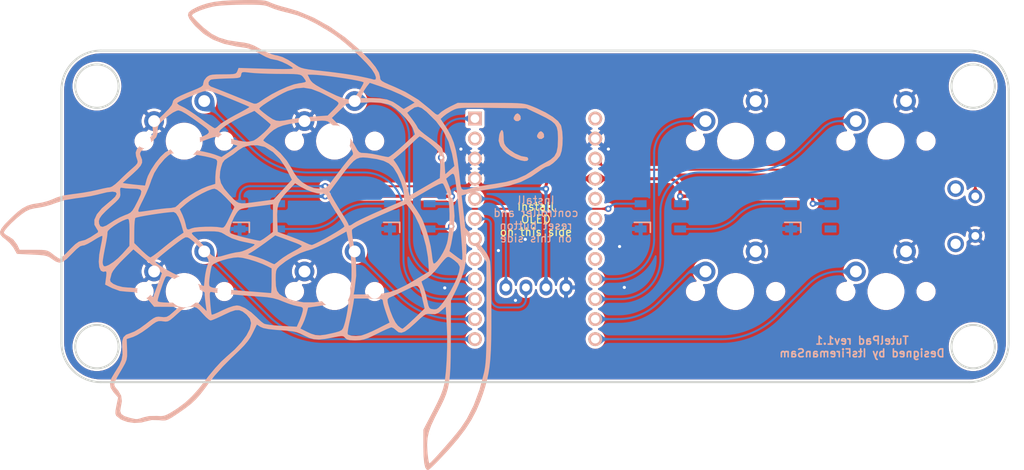
<source format=kicad_pcb>
(kicad_pcb (version 20211014) (generator pcbnew)
  (layers (0 "F.Cu" signal) (31 "B.Cu" signal) (34 "B.Paste" user) (35 "F.Paste" user) (36 "B.SilkS" user "B.Silkscreen") (37 "F.SilkS" user "F.Silkscreen") (38 "B.Mask" user) (39 "F.Mask" user) (44 "Edge.Cuts" user))
  (net 0 "")
  (net 2 "GND")
  (net 3 "VCC")
  (net 4 "reset")
  (net 5 "Net-(RGB1-Pad2)")
  (net 6 "LED")
  (net 7 "Net-(RGB2-Pad2)")
  (net 8 "Net-(RGB3-Pad2)")
  (net 9 "SCL")
  (net 10 "SDA")
  (net 11 "MX1")
  (net 12 "MX2")
  (net 13 "MX3")
  (net 15 "MX4")
  (net 16 "MX5")
  (net 17 "MX6")
  (net 18 "MX7")
  (net 19 "MX8")
  (footprint "0xcb:SW_Cherry_MX_PCB_1.00u" (layer "F.Cu") (at 198.052811 109.763439)
    (fp_text reference "MX8")
    (fp_text value "MX-NoLED")
  )
  (footprint "SSD1306:128x64OLED" (layer "F.Cu") (at 153.902811 98.650939 180)
    (fp_text reference "OL1")
    (fp_text value "SSD1306")
  )
  (footprint "0xcb:SW_Cherry_MX_PCB_1.00u" (layer "F.Cu") (at 109.152811 109.763439)
    (fp_text reference "MX5")
    (fp_text value "MX-NoLED")
  )
  (footprint "0xcb:SW_Cherry_MX_PCB_1.00u" (layer "F.Cu") (at 128.202811 109.763439)
    (fp_text reference "MX6")
    (fp_text value "MX-NoLED")
  )
  (footprint "Keebio-Parts:SW_Tactile_SPST_Angled_MJTP1117" (layer "F.Cu") (at 209.36625 97.718439 -90)
    (fp_text reference "SW1" hide)
    (fp_text value "SW_Push")
  )
  (footprint "0xcb:SW_Cherry_MX_PCB_1.00u" (layer "F.Cu") (at 179.002811 90.713439)
    (fp_text reference "MX3")
    (fp_text value "MX-NoLED")
  )
  (footprint "0xcb:SW_Cherry_MX_PCB_1.00u" (layer "F.Cu") (at 179.002811 109.763439)
    (fp_text reference "MX7")
    (fp_text value "MX-NoLED")
  )
  (footprint "0xcb:SW_Cherry_MX_PCB_1.00u" (layer "F.Cu") (at 128.202811 90.713439)
    (fp_text reference "MX2")
    (fp_text value "MX-NoLED")
  )
  (footprint "0xcb:SW_Cherry_MX_PCB_1.00u" (layer "F.Cu") (at 109.152811 90.713439)
    (fp_text reference "MX1")
    (fp_text value "MX-NoLED")
  )
  (footprint "Keebio-Parts:ArduinoProMicro" (layer "F.Cu") (at 153.602811 101.825939 -90)
    (fp_text reference "U1" hide)
    (fp_text value "ProMicro" hide)
  )
  (footprint "0xcb:SW_Cherry_MX_PCB_1.00u" (layer "F.Cu") (at 198.052811 90.713439)
    (fp_text reference "MX4")
    (fp_text value "MX-NoLED")
  )
  (footprint "LOGO" (layer "B.Cu") (at 121.44375 102.475939 180)
    (fp_text reference "G***" hide)
    (fp_text value "LOGO" hide)
  )
  (footprint "Keebio-Parts:WS2812B" (layer "B.Cu") (at 188.527811 100.238439 180)
    (fp_text reference "RGB4" hide)
    (fp_text value "WS2812B" hide)
  )
  (footprint "Keebio-Parts:WS2812B" (layer "B.Cu") (at 169.477811 100.238439 180)
    (fp_text reference "RGB3" hide)
    (fp_text value "WS2812B" hide)
  )
  (footprint "Keebio-Parts:WS2812B" (layer "B.Cu") (at 137.727811 100.238439 180)
    (fp_text reference "RGB2" hide)
    (fp_text value "WS2812B" hide)
  )
  (footprint "Keebio-Parts:WS2812B" (layer "B.Cu") (at 118.677811 100.238439 180)
    (fp_text reference "RGB1" hide)
    (fp_text value "WS2812B" hide)
  )
  (gr_arc (start 93.59875 84.243439) (mid 95.063216 80.707905) (end 98.59875 79.243439) (layer "Edge.Cuts") (width 0.25))
  (gr_line (start 208.59875 79.243439) (end 98.59875 79.243439) (layer "Edge.Cuts") (width 0.25))
  (gr_line (start 98.59875 121.243439) (end 208.59875 121.243439) (layer "Edge.Cuts") (width 0.25))
  (gr_arc (start 213.59875 116.243439) (mid 212.134284 119.778973) (end 208.59875 121.243439) (layer "Edge.Cuts") (width 0.25))
  (gr_arc (start 208.59875 79.243439) (mid 212.134284 80.707905) (end 213.59875 84.243439) (layer "Edge.Cuts") (width 0.25))
  (gr_circle (center 98.09875 116.743439) (end 100.84875 116.743439) (layer "Edge.Cuts") (width 0.25) (fill none))
  (gr_circle (center 209.09875 83.743439) (end 211.84875 83.743439) (layer "Edge.Cuts") (width 0.25) (fill none))
  (gr_circle (center 209.09875 116.743439) (end 211.84875 116.743439) (layer "Edge.Cuts") (width 0.25) (fill none))
  (gr_arc (start 98.59875 121.243439) (mid 95.063216 119.778973) (end 93.59875 116.243439) (layer "Edge.Cuts") (width 0.25))
  (gr_line (start 93.59875 84.243439) (end 93.59875 116.243439) (layer "Edge.Cuts") (width 0.25))
  (gr_circle (center 98.09875 83.743439) (end 100.84875 83.743439) (layer "Edge.Cuts") (width 0.25) (fill none))
  (gr_line (start 213.59875 116.243439) (end 213.59875 84.243439) (layer "Edge.Cuts") (width 0.25))
  (gr_text "TutelPad rev1.1\nDesigned by ItsFiremanSam" (at 195.01875 116.773439) (layer "B.SilkS") (effects (font (size 1 1) (thickness 0.2)) (justify mirror)))
  (gr_text "Install\ncontroller and\nreset button\non this side" (at 153.70875 100.613439) (layer "B.SilkS") (effects (font (size 1 1)) (justify mirror)))
  (gr_text "Install\nOLED\non this side" (at 153.70875 100.613439) (layer "F.SilkS") (effects (font (size 1 1))))
  (gr_text "" (at 93.59875 122.263005) (layer "Edge.Cuts") (effects (font (size 4.83362 3.04518) (thickness 0.604202)) (justify left top)))
  (via (at 142.15875 109.303439) (size 0.8) (drill 0.4) (layers "F.Cu" "B.Cu") (net 2))
  (via (at 152.35875 103.153439) (size 0.8) (drill 0.4) (layers "F.Cu" "B.Cu") (net 2))
  (via (at 164.90875 109.243439) (size 0.8) (drill 0.4) (layers "F.Cu" "B.Cu") (net 2))
  (via (at 148.95875 104.573439) (size 0.8) (drill 0.4) (layers "F.Cu" "B.Cu") (net 2))
  (via (at 164.30625 104.063439) (size 0.8) (drill 0.4) (layers "F.Cu" "B.Cu") (net 2))
  (via (at 162.88875 91.723439) (size 0.8) (drill 0.4) (layers "F.Cu" "B.Cu") (net 2))
  (via (at 151.11875 110.883439) (size 0.8) (drill 0.4) (layers "F.Cu" "B.Cu") (net 2))
  (via (at 144.20875 91.723439) (size 0.8) (drill 0.4) (layers "F.Cu" "B.Cu") (net 2))
  (segment (start 170.47375 95.475939) (end 161.222811 95.475939) (width 0.381) (layer "F.Cu") (net 3))
  (segment (start 171.98375 97.698439) (end 171.97875 97.703439) (width 0.381) (layer "F.Cu") (net 3))
  (segment (start 171.97375 97.698439) (end 171.97875 97.703439) (width 0.381) (layer "F.Cu") (net 3))
  (segment (start 188.28875 97.698439) (end 171.98375 97.698439) (width 0.381) (layer "F.Cu") (net 3))
  (segment (start 127.01875 97.703439) (end 127.02375 97.698439) (width 0.381) (layer "F.Cu") (net 3))
  (segment (start 127.02375 97.698439) (end 143.05375 97.698439) (width 0.381) (layer "F.Cu") (net 3))
  (segment (start 154.97875 96.753439) (end 154.97875 96.475939) (width 0.381) (layer "F.Cu") (net 3))
  (segment (start 188.78875 98.633439) (end 188.78875 98.198439) (width 0.381) (layer "F.Cu") (net 3))
  (segment (start 143.05375 97.698439) (end 143.06875 97.713439) (width 0.381) (layer "F.Cu") (net 3))
  (segment (start 155.97875 95.475939) (end 161.222811 95.475939) (width 0.381) (layer "F.Cu") (net 3))
  (segment (start 171.97375 96.975939) (end 171.97375 97.698439) (width 0.381) (layer "F.Cu") (net 3))
  (via (at 171.97875 97.703439) (size 0.8) (drill 0.4) (layers "F.Cu" "B.Cu") (net 3))
  (via (at 127.01875 97.703439) (size 0.8) (drill 0.4) (layers "F.Cu" "B.Cu") (net 3))
  (via (at 154.97875 96.753439) (size 0.8) (drill 0.4) (layers "F.Cu" "B.Cu") (net 3))
  (via (at 143.06875 97.713439) (size 0.8) (drill 0.4) (layers "F.Cu" "B.Cu") (net 3))
  (via (at 188.78875 98.633439) (size 0.8) (drill 0.4) (layers "F.Cu" "B.Cu") (net 3))
  (arc (start 154.97875 96.475939) (mid 155.271643 95.768832) (end 155.97875 95.475939) (width 0.381) (layer "F.Cu") (net 3))
  (arc (start 171.97375 96.975939) (mid 171.53441 95.915279) (end 170.47375 95.475939) (width 0.381) (layer "F.Cu") (net 3))
  (arc (start 188.28875 97.698439) (mid 188.642303 97.844886) (end 188.78875 98.198439) (width 0.381) (layer "F.Cu") (net 3))
  (segment (start 154.982811 109.250939) (end 154.982811 96.74225) (width 0.381) (layer "B.Cu") (net 3))
  (segment (start 171.97875 98.63666) (end 171.977171 98.638239) (width 0.381) (layer "B.Cu") (net 3))
  (segment (start 143.06875 97.24225) (end 143.06875 97.713439) (width 0.381) (layer "B.Cu") (net 3))
  (segment (start 142.56875 98.638239) (end 140.227171 98.638239) (width 0.381) (layer "B.Cu") (net 3))
  (segment (start 191.022371 98.633439) (end 191.027171 98.638239) (width 0.381) (layer "B.Cu") (net 3))
  (segment (start 154.982811 96.74225) (end 154.982811 96.749378) (width 0.381) (layer "B.Cu") (net 3))
  (segment (start 143.06875 97.713439) (end 143.06875 98.138239) (width 0.381) (layer "B.Cu") (net 3))
  (segment (start 171.97875 97.703439) (end 171.97875 98.63666) (width 0.381) (layer "B.Cu") (net 3))
  (segment (start 121.177171 98.203439) (end 121.177171 98.638239) (width 0.381) (layer "B.Cu") (net 3))
  (segment (start 127.01875 97.703439) (end 121.677171 97.703439) (width 0.381) (layer "B.Cu") (net 3))
  (segment (start 154.982811 96.749378) (end 154.97875 96.753439) (width 0.381) (layer "B.Cu") (net 3))
  (segment (start 188.78875 98.633439) (end 191.022371 98.633439) (width 0.381) (layer "B.Cu") (net 3))
  (segment (start 154.982811 96.74225) (end 143.56875 96.74225) (width 0.381) (layer "B.Cu") (net 3))
  (arc (start 142.56875 98.638239) (mid 142.922303 98.491792) (end 143.06875 98.138239) (width 0.381) (layer "B.Cu") (net 3))
  (arc (start 121.677171 97.703439) (mid 121.323618 97.849886) (end 121.177171 98.203439) (width 0.381) (layer "B.Cu") (net 3))
  (arc (start 143.06875 97.24225) (mid 143.215197 96.888697) (end 143.56875 96.74225) (width 0.381) (layer "B.Cu") (net 3))
  (segment (start 163.304737 94.333439) (end 207.36625 94.333439) (width 0.254) (layer "F.Cu") (net 4))
  (segment (start 161.222811 92.935939) (end 162.13635 93.849478) (width 0.254) (layer "F.Cu") (net 4))
  (segment (start 209.36625 96.333439) (end 209.36625 97.718439) (width 0.254) (layer "F.Cu") (net 4))
  (arc (start 162.13635 93.849478) (mid 162.672411 94.207662) (end 163.304737 94.333439) (width 0.254) (layer "F.Cu") (net 4))
  (arc (start 209.36625 96.333439) (mid 208.780464 94.919225) (end 207.36625 94.333439) (width 0.254) (layer "F.Cu") (net 4))
  (segment (start 135.228451 98.638239) (end 132.305018 98.638239) (width 0.254) (layer "B.Cu") (net 5))
  (segment (start 128.769484 100.102705) (end 128.498016 100.374173) (width 0.254) (layer "B.Cu") (net 5))
  (segment (start 124.962482 101.838639) (end 121.177171 101.838639) (width 0.254) (layer "B.Cu") (net 5))
  (arc (start 128.498016 100.374173) (mid 126.875899 101.458037) (end 124.962482 101.838639) (width 0.254) (layer "B.Cu") (net 5))
  (arc (start 128.769484 100.102705) (mid 130.391601 99.018841) (end 132.305018 98.638239) (width 0.254) (layer "B.Cu") (net 5))
  (segment (start 127.02375 96.428439) (end 138.696561 96.428439) (width 0.254) (layer "F.Cu") (net 6))
  (segment (start 127.01875 96.423439) (end 127.02375 96.428439) (width 0.254) (layer "F.Cu") (net 6))
  (segment (start 141.696561 93.428439) (end 141.696561 92.803439) (width 0.254) (layer "F.Cu") (net 6))
  (via (at 127.01875 96.423439) (size 0.8) (drill 0.4) (layers "F.Cu" "B.Cu") (net 6))
  (via (at 141.696561 92.803439) (size 0.8) (drill 0.4) (layers "F.Cu" "B.Cu") (net 6))
  (arc (start 138.696561 96.428439) (mid 140.817881 95.549759) (end 141.696561 93.428439) (width 0.254) (layer "F.Cu") (net 6))
  (segment (start 116.178451 97.72816) (end 116.178451 98.638239) (width 0.254) (layer "B.Cu") (net 6))
  (segment (start 144.272296 87.855939) (end 145.982811 87.855939) (width 0.254) (layer "B.Cu") (net 6))
  (segment (start 141.696561 92.803439) (end 141.696561 90.431674) (width 0.254) (layer "B.Cu") (net 6))
  (segment (start 127.01875 96.423439) (end 117.483172 96.423439) (width 0.254) (layer "B.Cu") (net 6))
  (arc (start 117.483172 96.423439) (mid 116.560595 96.805583) (end 116.178451 97.72816) (width 0.254) (layer "B.Cu") (net 6))
  (arc (start 141.696561 90.431674) (mid 142.450976 88.610354) (end 144.272296 87.855939) (width 0.254) (layer "B.Cu") (net 6))
  (segment (start 142.966561 100.783439) (end 142.966561 101.508439) (width 0.254) (layer "F.Cu") (net 7))
  (segment (start 162.87875 99.283439) (end 144.466561 99.283439) (width 0.254) (layer "F.Cu") (net 7))
  (via (at 142.966561 101.508439) (size 0.8) (drill 0.4) (layers "F.Cu" "B.Cu") (net 7))
  (via (at 162.87875 99.283439) (size 0.8) (drill 0.4) (layers "F.Cu" "B.Cu") (net 7))
  (arc (start 144.466561 99.283439) (mid 143.405901 99.722779) (end 142.966561 100.783439) (width 0.254) (layer "F.Cu") (net 7))
  (segment (start 163.938164 98.638239) (end 166.978451 98.638239) (width 0.254) (layer "B.Cu") (net 7))
  (segment (start 140.227171 101.838639) (end 140.232371 101.833439) (width 0.254) (layer "B.Cu") (net 7))
  (segment (start 162.87875 99.283439) (end 163.231057 98.931132) (width 0.254) (layer "B.Cu") (net 7))
  (segment (start 142.788008 101.686992) (end 142.966561 101.508439) (width 0.254) (layer "B.Cu") (net 7))
  (segment (start 140.232371 101.833439) (end 142.434454 101.833439) (width 0.254) (layer "B.Cu") (net 7))
  (arc (start 142.434454 101.833439) (mid 142.625796 101.795379) (end 142.788008 101.686992) (width 0.254) (layer "B.Cu") (net 7))
  (arc (start 163.938164 98.638239) (mid 163.555481 98.714359) (end 163.231057 98.931132) (width 0.254) (layer "B.Cu") (net 7))
  (segment (start 179.028016 100.374173) (end 179.299484 100.102705) (width 0.254) (layer "B.Cu") (net 8))
  (segment (start 182.835018 98.638239) (end 186.028451 98.638239) (width 0.254) (layer "B.Cu") (net 8))
  (segment (start 171.977171 101.838639) (end 175.492482 101.838639) (width 0.254) (layer "B.Cu") (net 8))
  (arc (start 179.299484 100.102705) (mid 180.921601 99.018841) (end 182.835018 98.638239) (width 0.254) (layer "B.Cu") (net 8))
  (arc (start 179.028016 100.374173) (mid 177.405899 101.458037) (end 175.492482 101.838639) (width 0.254) (layer "B.Cu") (net 8))
  (segment (start 151.392438 111.783439) (end 149.155042 111.783439) (width 0.254) (layer "B.Cu") (net 9))
  (segment (start 145.99875 100.555939) (end 147.338974 100.555938) (width 0.254) (layer "B.Cu") (net 9))
  (segment (start 147.99875 110.627147) (end 147.99875 101.215713) (width 0.254) (layer "B.Cu") (net 9))
  (segment (start 152.442811 109.250939) (end 152.442811 110.733066) (width 0.254) (layer "B.Cu") (net 9))
  (segment (start 145.99875 100.555939) (end 145.982811 100.555939) (width 0.254) (layer "B.Cu") (net 9))
  (arc (start 147.99875 101.215713) (mid 147.805506 100.749181) (end 147.338974 100.555938) (width 0.254) (layer "B.Cu") (net 9))
  (arc (start 147.99875 110.627147) (mid 148.33742 111.444769) (end 149.155042 111.783439) (width 0.254) (layer "B.Cu") (net 9))
  (arc (start 152.442811 110.733066) (mid 152.135164 111.475792) (end 151.392438 111.783439) (width 0.254) (layer "B.Cu") (net 9))
  (segment (start 149.902811 100.288809) (end 149.902811 109.250939) (width 0.254) (layer "B.Cu") (net 10))
  (segment (start 145.982811 98.015939) (end 147.629941 98.015939) (width 0.254) (layer "B.Cu") (net 10))
  (arc (start 147.629941 98.015939) (mid 149.237103 98.681647) (end 149.902811 100.288809) (width 0.254) (layer "B.Cu") (net 10))
  (segment (start 124.883697 94.682189) (end 131.934061 94.682189) (width 0.254) (layer "B.Cu") (net 11))
  (segment (start 111.692811 85.633439) (end 117.812629 91.753257) (width 0.254) (layer "B.Cu") (net 11))
  (segment (start 141.934061 110.715939) (end 145.982811 110.715939) (width 0.254) (layer "B.Cu") (net 11))
  (segment (start 136.934061 99.682189) (end 136.934061 105.715939) (width 0.254) (layer "B.Cu") (net 11))
  (arc (start 131.934061 94.682189) (mid 135.469595 96.146655) (end 136.934061 99.682189) (width 0.254) (layer "B.Cu") (net 11))
  (arc (start 141.934061 110.715939) (mid 138.398527 109.251473) (end 136.934061 105.715939) (width 0.254) (layer "B.Cu") (net 11))
  (arc (start 117.812629 91.753257) (mid 121.056863 93.920985) (end 124.883697 94.682189) (width 0.254) (layer "B.Cu") (net 11))
  (segment (start 137.660572 90.204367) (end 137.660572 103.175939) (width 0.254) (layer "B.Cu") (net 12))
  (segment (start 142.660572 108.175939) (end 145.982811 108.175939) (width 0.254) (layer "B.Cu") (net 12))
  (segment (start 130.742811 85.633439) (end 133.089644 85.633439) (width 0.254) (layer "B.Cu") (net 12))
  (arc (start 142.660572 108.175939) (mid 139.125038 106.711473) (end 137.660572 103.175939) (width 0.254) (layer "B.Cu") (net 12))
  (arc (start 137.660572 90.204367) (mid 136.321778 86.972233) (end 133.089644 85.633439) (width 0.254) (layer "B.Cu") (net 12))
  (segment (start 175.192811 88.173439) (end 172.777404 88.173439) (width 0.254) (layer "B.Cu") (net 13))
  (segment (start 163.684061 108.175939) (end 161.222811 108.175939) (width 0.254) (layer "B.Cu") (net 13))
  (segment (start 168.684061 92.266782) (end 168.684061 103.175939) (width 0.254) (layer "B.Cu") (net 13))
  (arc (start 168.684061 103.175939) (mid 167.219595 106.711473) (end 163.684061 108.175939) (width 0.254) (layer "B.Cu") (net 13))
  (arc (start 168.684061 92.266782) (mid 169.882973 89.372351) (end 172.777404 88.173439) (width 0.254) (layer "B.Cu") (net 13))
  (segment (start 192.189623 88.173439) (end 194.242811 88.173439) (width 0.254) (layer "B.Cu") (net 15))
  (segment (start 174.477811 94.683439) (end 180.316614 94.683439) (width 0.254) (layer "B.Cu") (net 15))
  (segment (start 169.477811 105.715939) (end 169.477811 99.683439) (width 0.254) (layer "B.Cu") (net 15))
  (segment (start 187.387682 91.754507) (end 190.105463 89.036726) (width 0.254) (layer "B.Cu") (net 15))
  (segment (start 161.222811 110.715939) (end 164.477811 110.715939) (width 0.254) (layer "B.Cu") (net 15))
  (arc (start 169.477811 99.683439) (mid 170.942277 96.147905) (end 174.477811 94.683439) (width 0.254) (layer "B.Cu") (net 15))
  (arc (start 164.477811 110.715939) (mid 168.013345 109.251473) (end 169.477811 105.715939) (width 0.254) (layer "B.Cu") (net 15))
  (arc (start 190.105463 89.036726) (mid 191.061684 88.3978) (end 192.189623 88.173439) (width 0.254) (layer "B.Cu") (net 15))
  (arc (start 180.316614 94.683439) (mid 184.143448 93.922234) (end 187.387682 91.754507) (width 0.254) (layer "B.Cu") (net 15))
  (segment (start 119.876379 112.867007) (end 111.692811 104.683439) (width 0.254) (layer "B.Cu") (net 16))
  (segment (start 145.982811 115.795939) (end 126.947447 115.795939) (width 0.254) (layer "B.Cu") (net 16))
  (arc (start 126.947447 115.795939) (mid 123.120613 115.034734) (end 119.876379 112.867007) (width 0.254) (layer "B.Cu") (net 16))
  (segment (start 136.386379 110.327007) (end 130.742811 104.683439) (width 0.254) (layer "B.Cu") (net 17))
  (segment (start 145.982811 113.255939) (end 143.457447 113.255939) (width 0.254) (layer "B.Cu") (net 17))
  (arc (start 136.386379 110.327007) (mid 139.630613 112.494735) (end 143.457447 113.255939) (width 0.254) (layer "B.Cu") (net 17))
  (segment (start 175.192811 107.223439) (end 173.17875 107.223439) (width 0.254) (layer "B.Cu") (net 18))
  (segment (start 164.196135 113.255939) (end 161.222811 113.255939) (width 0.254) (layer "B.Cu") (net 18))
  (segment (start 173.17875 107.223439) (end 169.232296 111.169893) (width 0.254) (layer "B.Cu") (net 18))
  (arc (start 164.196135 113.255939) (mid 166.921686 112.713793) (end 169.232296 111.169893) (width 0.254) (layer "B.Cu") (net 18))
  (segment (start 177.164114 115.795939) (end 161.222811 115.795939) (width 0.254) (layer "B.Cu") (net 19))
  (segment (start 194.242811 107.223439) (end 192.153448 107.223439) (width 0.254) (layer "B.Cu") (net 19))
  (segment (start 188.270296 108.831893) (end 184.235182 112.867007) (width 0.254) (layer "B.Cu") (net 19))
  (arc (start 192.153448 107.223439) (mid 190.051901 107.641463) (end 188.270296 108.831893) (width 0.254) (layer "B.Cu") (net 19))
  (arc (start 177.164114 115.795939) (mid 180.990948 115.034734) (end 184.235182 112.867007) (width 0.254) (layer "B.Cu") (net 19))
  (zone (net 6) (net_name "LED") (layer "F.Cu") (priority 16962) (connect_pads yes (clearance 0)) (min_thickness 0.0254) (fill yes (thermal_gap 0.508) (thermal_bridge_width 0.508))
    (polygon (pts (xy 127.81375 96.301439) (xy 127.723147 96.298236) (xy 127.647189 96.289006) (xy 127.582801 96.274309) (xy 127.526906 96.25471) (xy 127.476429 96.23077) (xy 127.428293 96.203054) (xy 127.379423 96.172123) (xy 127.326743 96.138541) (xy 127.267176 96.10287) (xy 127.197648 96.065675) (xy 126.818767 96.420908) (xy 127.188535 96.785617) (xy 127.259601 96.749846) (xy 127.32043 96.715337) (xy 127.374147 96.682678) (xy 127.423881 96.65246) (xy 127.472758 96.625273) (xy 127.523905 96.601705) (xy 127.580451 96.582349) (xy 127.645522 96.567792) (xy 127.722246 96.558625) (xy 127.81375 96.555439)))
  )
  (zone (net 3) (net_name "VCC") (layer "F.Cu") (priority 16962) (connect_pads yes (clearance 0)) (min_thickness 0.0254) (fill yes (thermal_gap 0.508) (thermal_bridge_width 0.508))
    (polygon (pts (xy 172.77375 97.507939) (xy 172.684026 97.506271) (xy 172.607246 97.50127) (xy 172.540822 97.492935) (xy 172.482168 97.481266) (xy 172.428697 97.466264) (xy 172.377821 97.447929) (xy 172.326954 97.42626) (xy 172.273508 97.401259) (xy 172.214897 97.372926) (xy 172.148535 97.341261) (xy 171.778767 97.70597) (xy 172.157648 98.061203) (xy 172.222509 98.028253) (xy 172.279899 97.998841) (xy 172.332348 97.97295) (xy 172.382388 97.950564) (xy 172.432549 97.931666) (xy 172.485362 97.916241) (xy 172.543358 97.904272) (xy 172.609067 97.895743) (xy 172.685021 97.890637) (xy 172.77375 97.888939)))
  )
  (zone (net 3) (net_name "VCC") (layer "F.Cu") (priority 16962) (connect_pads yes (clearance 0)) (min_thickness 0.0254) (fill yes (thermal_gap 0.508) (thermal_bridge_width 0.508))
    (polygon (pts (xy 162.969111 95.285439) (xy 162.765698 95.276336) (xy 162.59733 95.250415) (xy 162.456446 95.209756) (xy 162.335487 95.15644) (xy 162.226892 95.092548) (xy 162.123101 95.020161) (xy 162.016555 94.941358) (xy 161.899693 94.858222) (xy 161.764955 94.772832) (xy 161.604781 94.687269) (xy 160.784661 95.475939) (xy 161.604781 96.264609) (xy 161.764955 96.179045) (xy 161.899693 96.093655) (xy 162.016555 96.010519) (xy 162.123101 95.931716) (xy 162.226892 95.859329) (xy 162.335487 95.795437) (xy 162.456446 95.742121) (xy 162.59733 95.701462) (xy 162.765698 95.675541) (xy 162.969111 95.666439)))
  )
  (zone (net 3) (net_name "VCC") (layer "F.Cu") (priority 16962) (connect_pads yes (clearance 0)) (min_thickness 0.0254) (fill yes (thermal_gap 0.508) (thermal_bridge_width 0.508))
    (polygon (pts (xy 142.26375 97.888939) (xy 142.352907 97.890626) (xy 142.429289 97.895729) (xy 142.495404 97.904308) (xy 142.553756 97.916423) (xy 142.606852 97.932134) (xy 142.657197 97.951501) (xy 142.707297 97.974585) (xy 142.759659 98.001446) (xy 142.816788 98.032143) (xy 142.88119 98.066739) (xy 143.268612 97.720841) (xy 142.907838 97.347233) (xy 142.839022 97.377984) (xy 142.778308 97.405429) (xy 142.723024 97.429586) (xy 142.670501 97.45047) (xy 142.618066 97.468097) (xy 142.56305 97.482483) (xy 142.502781 97.493644) (xy 142.434589 97.501596) (xy 142.355802 97.506356) (xy 142.26375 97.507939)))
  )
  (zone (net 3) (net_name "VCC") (layer "F.Cu") (priority 16962) (connect_pads yes (clearance 0)) (min_thickness 0.0254) (fill yes (thermal_gap 0.508) (thermal_bridge_width 0.508))
    (polygon (pts (xy 127.81375 97.507939) (xy 127.724026 97.506271) (xy 127.647246 97.50127) (xy 127.580822 97.492935) (xy 127.522168 97.481266) (xy 127.468697 97.466264) (xy 127.417821 97.447929) (xy 127.366954 97.42626) (xy 127.313508 97.401259) (xy 127.254897 97.372926) (xy 127.188535 97.341261) (xy 126.818767 97.70597) (xy 127.197648 98.061203) (xy 127.262509 98.028253) (xy 127.319899 97.998841) (xy 127.372348 97.97295) (xy 127.422388 97.950564) (xy 127.472549 97.931666) (xy 127.525362 97.916241) (xy 127.583358 97.904272) (xy 127.649067 97.895743) (xy 127.725021 97.890637) (xy 127.81375 97.888939)))
  )
  (zone (net 3) (net_name "VCC") (layer "F.Cu") (priority 16962) (connect_pads yes (clearance 0)) (min_thickness 0.0254) (fill yes (thermal_gap 0.508) (thermal_bridge_width 0.508))
    (polygon (pts (xy 159.476511 95.666439) (xy 159.679923 95.675541) (xy 159.848291 95.701462) (xy 159.989175 95.742121) (xy 160.110134 95.795437) (xy 160.218729 95.859329) (xy 160.32252 95.931716) (xy 160.429066 96.010519) (xy 160.545928 96.093655) (xy 160.680666 96.179045) (xy 160.840841 96.264609) (xy 161.660961 95.475939) (xy 160.840841 94.687269) (xy 160.680666 94.772832) (xy 160.545928 94.858222) (xy 160.429066 94.941358) (xy 160.32252 95.020161) (xy 160.218729 95.092548) (xy 160.110134 95.15644) (xy 159.989175 95.209756) (xy 159.848291 95.250415) (xy 159.679923 95.276336) (xy 159.476511 95.285439)))
  )
  (zone (net 6) (net_name "LED") (layer "F.Cu") (priority 16962) (connect_pads yes (clearance 0)) (min_thickness 0.0254) (fill yes (thermal_gap 0.508) (thermal_bridge_width 0.508))
    (polygon (pts (xy 141.823561 93.418439) (xy 141.825566 93.370357) (xy 141.831275 93.326747) (xy 141.840223 93.28736) (xy 141.851947 93.251947) (xy 141.865983 93.220262) (xy 141.881868 93.192055) (xy 141.899137 93.16708) (xy 141.917329 93.145087) (xy 141.935978 93.125829) (xy 141.954623 93.109059) (xy 141.696561 92.603439) (xy 141.438499 93.109059) (xy 141.457143 93.125829) (xy 141.475792 93.145087) (xy 141.493984 93.16708) (xy 141.511253 93.192055) (xy 141.527138 93.220262) (xy 141.541174 93.251947) (xy 141.552898 93.28736) (xy 141.561846 93.326747) (xy 141.567555 93.370357) (xy 141.569561 93.418439)))
  )
  (zone (net 4) (net_name "reset") (layer "F.Cu") (priority 16962) (connect_pads yes (clearance 0)) (min_thickness 0.0254) (fill yes (thermal_gap 0.508) (thermal_bridge_width 0.508))
    (polygon (pts (xy 162.21908 93.752603) (xy 162.161723 93.687106) (xy 162.117744 93.620369) (xy 162.085655 93.5534) (xy 162.063973 93.487208) (xy 162.051211 93.422802) (xy 162.045884 93.361189) (xy 162.046507 93.30338) (xy 162.051594 93.250383) (xy 162.05966 93.203207) (xy 162.06922 93.16286) (xy 160.912993 92.626121) (xy 161.449732 93.782348) (xy 161.490079 93.772788) (xy 161.537255 93.764722) (xy 161.590252 93.759635) (xy 161.648061 93.759012) (xy 161.709674 93.764339) (xy 161.77408 93.777101) (xy 161.840272 93.798783) (xy 161.907241 93.830872) (xy 161.973978 93.874851) (xy 162.039475 93.932208)))
  )
  (zone (net 7) (net_name "Net-(RGB2-Pad2)") (layer "F.Cu") (priority 16962) (connect_pads yes (clearance 0)) (min_thickness 0.0254) (fill yes (thermal_gap 0.508) (thermal_bridge_width 0.508))
    (polygon (pts (xy 162.08875 99.410439) (xy 162.17914 99.413657) (xy 162.254892 99.422916) (xy 162.319093 99.437625) (xy 162.37483 99.457191) (xy 162.42519 99.481022) (xy 162.473261 99.508527) (xy 162.522129 99.539113) (xy 162.574883 99.572188) (xy 162.634609 99.607161) (xy 162.704395 99.643439) (xy 163.07875 99.283439) (xy 162.704395 98.923439) (xy 162.634609 98.959716) (xy 162.574883 98.994689) (xy 162.522129 99.027764) (xy 162.473261 99.05835) (xy 162.42519 99.085855) (xy 162.37483 99.109686) (xy 162.319093 99.129252) (xy 162.254892 99.143961) (xy 162.17914 99.15322) (xy 162.08875 99.156439)))
  )
  (zone (net 3) (net_name "VCC") (layer "F.Cu") (priority 16962) (connect_pads yes (clearance 0)) (min_thickness 0.0254) (fill yes (thermal_gap 0.508) (thermal_bridge_width 0.508))
    (polygon (pts (xy 171.78325 96.985939) (xy 171.782018 97.057914) (xy 171.778271 97.121733) (xy 171.771935 97.178552) (xy 171.762933 97.229528) (xy 171.75119 97.275818) (xy 171.736629 97.318577) (xy 171.719176 97.358964) (xy 171.698754 97.398134) (xy 171.675289 97.437245) (xy 171.648704 97.477454) (xy 171.981281 97.903422) (xy 172.30297 97.469172) (xy 172.275749 97.430131) (xy 172.251665 97.39201) (xy 172.230655 97.35369) (xy 172.212653 97.314052) (xy 172.197596 97.271979) (xy 172.185421 97.226352) (xy 172.176062 97.176053) (xy 172.169457 97.119963) (xy 172.165541 97.056965) (xy 172.16425 96.985939)))
  )
  (zone (net 3) (net_name "VCC") (layer "F.Cu") (priority 16962) (connect_pads yes (clearance 0)) (min_thickness 0.0254) (fill yes (thermal_gap 0.508) (thermal_bridge_width 0.508))
    (polygon (pts (xy 188.59825 98.208439) (xy 188.597902 98.220778) (xy 188.596949 98.23274) (xy 188.595523 98.24412) (xy 188.593756 98.254711) (xy 188.59178 98.264308) (xy 188.589729 98.272704) (xy 188.587735 98.279694) (xy 188.58593 98.28507) (xy 188.584447 98.288629) (xy 188.583419 98.290163) (xy 188.78875 98.833439) (xy 188.994081 98.290163) (xy 188.993052 98.288629) (xy 188.991569 98.28507) (xy 188.989764 98.279694) (xy 188.98777 98.272704) (xy 188.985719 98.264308) (xy 188.983743 98.254711) (xy 188.981976 98.24412) (xy 188.98055 98.23274) (xy 188.979597 98.220778) (xy 188.97925 98.208439)))
  )
  (zone (net 7) (net_name "Net-(RGB2-Pad2)") (layer "F.Cu") (priority 16962) (connect_pads yes (clearance 0)) (min_thickness 0.0254) (fill yes (thermal_gap 0.508) (thermal_bridge_width 0.508))
    (polygon (pts (xy 142.839561 100.793439) (xy 142.837164 100.864432) (xy 142.830199 100.926308) (xy 142.818999 100.980487) (xy 142.803902 101.02839) (xy 142.785242 101.071439) (xy 142.763355 101.111054) (xy 142.738577 101.148656) (xy 142.711243 101.185667) (xy 142.681688 101.223508) (xy 142.650249 101.2636) (xy 142.966561 101.708439) (xy 143.282873 101.2636) (xy 143.251433 101.223508) (xy 143.221878 101.185667) (xy 143.194544 101.148656) (xy 143.169766 101.111054) (xy 143.147879 101.071439) (xy 143.129219 101.02839) (xy 143.114122 100.980487) (xy 143.102922 100.926308) (xy 143.095957 100.864432) (xy 143.093561 100.793439)))
  )
  (zone (net 4) (net_name "reset") (layer "F.Cu") (priority 16962) (connect_pads yes (clearance 0)) (min_thickness 0.0254) (fill yes (thermal_gap 0.508) (thermal_bridge_width 0.508))
    (polygon (pts (xy 209.23925 96.343439) (xy 209.232858 96.45183) (xy 209.214829 96.548288) (xy 209.186883 96.633778) (xy 209.150739 96.709264) (xy 209.108118 96.775713) (xy 209.06074 96.834088) (xy 209.010324 96.885354) (xy 208.95859 96.930477) (xy 208.907258 96.970421) (xy 208.858048 97.006151) (xy 209.36625 98.155939) (xy 209.874452 97.006151) (xy 209.825241 96.970421) (xy 209.773909 96.930477) (xy 209.722175 96.885354) (xy 209.671759 96.834088) (xy 209.624381 96.775713) (xy 209.58176 96.709264) (xy 209.545616 96.633778) (xy 209.51767 96.548288) (xy 209.499641 96.45183) (xy 209.49325 96.343439)))
  )
  (zone (net 2) (net_name "GND") (layers F&B.Cu) (connect_pads (clearance 0.35)) (min_thickness 0.254) (fill yes (thermal_gap 0.35) (thermal_bridge_width 0.508))
    (polygon (pts (xy 215.55875 123.193439) (xy 91.43875 123.193439) (xy 91.43875 77.473439) (xy 215.55875 77.473439)))
  )
  (zone (net 16) (net_name "MX5") (layer "B.Cu") (priority 16962) (connect_pads yes (clearance 0)) (min_thickness 0.0254) (fill yes (thermal_gap 0.508) (thermal_bridge_width 0.508))
    (polygon (pts (xy 144.236511 115.922939) (xy 144.442675 115.933586) (xy 144.611689 115.963737) (xy 144.751672 116.010705) (xy 144.870746 116.071801) (xy 144.977031 116.14434) (xy 145.078647 116.225633) (xy 145.183716 116.312993) (xy 145.300357 116.403734) (xy 145.436692 116.495169) (xy 145.600841 116.584609) (xy 146.420961 115.795939) (xy 145.600841 115.007269) (xy 145.436692 115.096708) (xy 145.300357 115.188143) (xy 145.183716 115.278884) (xy 145.078647 115.366244) (xy 144.977031 115.447537) (xy 144.870746 115.520076) (xy 144.751672 115.581172) (xy 144.611689 115.62814) (xy 144.442675 115.658291) (xy 144.236511 115.668939)))
  )
  (zone (net 11) (net_name "MX1") (layer "B.Cu") (priority 16962) (connect_pads yes (clearance 0)) (min_thickness 0.0254) (fill yes (thermal_gap 0.508) (thermal_bridge_width 0.508))
    (polygon (pts (xy 144.236511 110.842939) (xy 144.442675 110.853586) (xy 144.611689 110.883737) (xy 144.751672 110.930705) (xy 144.870746 110.991801) (xy 144.977031 111.06434) (xy 145.078647 111.145633) (xy 145.183716 111.232993) (xy 145.300357 111.323734) (xy 145.436692 111.415169) (xy 145.600841 111.504609) (xy 146.420961 110.715939) (xy 145.600841 109.927269) (xy 145.436692 110.016708) (xy 145.300357 110.108143) (xy 145.183716 110.198884) (xy 145.078647 110.286244) (xy 144.977031 110.367537) (xy 144.870746 110.440076) (xy 144.751672 110.501172) (xy 144.611689 110.54814) (xy 144.442675 110.578291) (xy 144.236511 110.588939)))
  )
  (zone (net 13) (net_name "MX3") (layer "B.Cu") (priority 16962) (connect_pads yes (clearance 0)) (min_thickness 0.0254) (fill yes (thermal_gap 0.508) (thermal_bridge_width 0.508))
    (polygon (pts (xy 162.969111 108.048939) (xy 162.762946 108.038291) (xy 162.593932 108.00814) (xy 162.453949 107.961172) (xy 162.334875 107.900076) (xy 162.22859 107.827537) (xy 162.126974 107.746244) (xy 162.021905 107.658884) (xy 161.905264 107.568143) (xy 161.768929 107.476708) (xy 161.604781 107.387269) (xy 160.784661 108.175939) (xy 161.604781 108.964609) (xy 161.768929 108.875169) (xy 161.905264 108.783734) (xy 162.021905 108.692993) (xy 162.126974 108.605633) (xy 162.22859 108.52434) (xy 162.334875 108.451801) (xy 162.453949 108.390705) (xy 162.593932 108.343737) (xy 162.762946 108.313586) (xy 162.969111 108.302939)))
  )
  (zone (net 18) (net_name "MX7") (layer "B.Cu") (priority 16962) (connect_pads yes (clearance 0)) (min_thickness 0.0254) (fill yes (thermal_gap 0.508) (thermal_bridge_width 0.508))
    (polygon (pts (xy 162.969111 113.128939) (xy 162.762946 113.118291) (xy 162.593932 113.08814) (xy 162.453949 113.041172) (xy 162.334875 112.980076) (xy 162.22859 112.907537) (xy 162.126974 112.826244) (xy 162.021905 112.738884) (xy 161.905264 112.648143) (xy 161.768929 112.556708) (xy 161.604781 112.467269) (xy 160.784661 113.255939) (xy 161.604781 114.044609) (xy 161.768929 113.955169) (xy 161.905264 113.863734) (xy 162.021905 113.772993) (xy 162.126974 113.685633) (xy 162.22859 113.60434) (xy 162.334875 113.531801) (xy 162.453949 113.470705) (xy 162.593932 113.423737) (xy 162.762946 113.393586) (xy 162.969111 113.382939)))
  )
  (zone (net 3) (net_name "VCC") (layer "B.Cu") (priority 16962) (connect_pads yes (clearance 0)) (min_thickness 0.0254) (fill yes (thermal_gap 0.508) (thermal_bridge_width 0.508))
    (polygon (pts (xy 154.192811 96.93275) (xy 154.279674 96.934504) (xy 154.354015 96.939768) (xy 154.418302 96.948541) (xy 154.475002 96.960824) (xy 154.526581 96.976617) (xy 154.575508 96.99592) (xy 154.62425 97.018733) (xy 154.675273 97.045056) (xy 154.731046 97.07489) (xy 154.794035 97.108235) (xy 155.178666 96.759234) (xy 154.8149 96.388538) (xy 154.748489 96.419005) (xy 154.689933 96.446436) (xy 154.636637 96.47079) (xy 154.586004 96.492028) (xy 154.53544 96.510109) (xy 154.48235 96.524992) (xy 154.424137 96.536638) (xy 154.358206 96.545007) (xy 154.281963 96.550057) (xy 154.192811 96.55175)))
  )
  (zone (net 16) (net_name "MX5") (layer "B.Cu") (priority 16962) (connect_pads yes (clearance 0)) (min_thickness 0.0254) (fill yes (thermal_gap 0.508) (thermal_bridge_width 0.508))
    (polygon (pts (xy 113.543309 106.354331) (xy 113.345338 106.13301) (xy 113.207451 105.929177) (xy 113.118032 105.737375) (xy 113.065467 105.552146) (xy 113.038141 105.368034) (xy 113.024439 105.179581) (xy 113.012747 104.98133) (xy 112.99145 104.767824) (xy 112.948933 104.533607) (xy 112.873582 104.27322) (xy 111.25087 104.241498) (xy 111.282592 105.86421) (xy 111.542979 105.939561) (xy 111.777196 105.982078) (xy 111.990702 106.003375) (xy 112.188953 106.015067) (xy 112.377406 106.028769) (xy 112.561518 106.056095) (xy 112.746747 106.10866) (xy 112.938549 106.198079) (xy 113.142382 106.335966) (xy 113.363703 106.533937)))
  )
  (zone (net 19) (net_name "MX8") (layer "B.Cu") (priority 16962) (connect_pads yes (clearance 0)) (min_thickness 0.0254) (fill yes (thermal_gap 0.508) (thermal_bridge_width 0.508))
    (polygon (pts (xy 192.163448 107.350439) (xy 192.346238 107.361122) (xy 192.505802 107.391403) (xy 192.644922 107.438626) (xy 192.766379 107.500137) (xy 192.872956 107.573281) (xy 192.967432 107.655404) (xy 193.052591 107.74385) (xy 193.131213 107.835966) (xy 193.20608 107.929096) (xy 193.279974 108.020586) (xy 194.867811 107.223439) (xy 193.279974 106.426292) (xy 193.20608 106.517781) (xy 193.131213 106.610911) (xy 193.052591 106.703027) (xy 192.967432 106.791473) (xy 192.872956 106.873596) (xy 192.766379 106.94674) (xy 192.644922 107.008251) (xy 192.505802 107.055474) (xy 192.346238 107.085755) (xy 192.163448 107.096439)))
  )
  (zone (net 3) (net_name "VCC") (layer "B.Cu") (priority 16962) (connect_pads yes (clearance 0)) (min_thickness 0.0254) (fill yes (thermal_gap 0.508) (thermal_bridge_width 0.508))
    (polygon (pts (xy 142.87825 97.25225) (xy 142.877617 97.271607) (xy 142.875868 97.290184) (xy 142.873221 97.307723) (xy 142.869898 97.323966) (xy 142.866118 97.338656) (xy 142.862102 97.351537) (xy 142.858071 97.36235) (xy 142.854243 97.370839) (xy 142.850841 97.376745) (xy 142.848084 97.379813) (xy 143.06875 97.913439) (xy 143.289416 97.379813) (xy 143.286658 97.376745) (xy 143.283256 97.370839) (xy 143.279428 97.36235) (xy 143.275397 97.351537) (xy 143.271381 97.338656) (xy 143.267601 97.323966) (xy 143.264278 97.307723) (xy 143.261631 97.290184) (xy 143.259882 97.271607) (xy 143.25925 97.25225)))
  )
  (zone (net 3) (net_name "VCC") (layer "B.Cu") (priority 16962) (connect_pads yes (clearance 0)) (min_thickness 0.0254) (fill yes (thermal_gap 0.508) (thermal_bridge_width 0.508))
    (polygon (pts (xy 171.78825 97.74708) (xy 171.785788 97.847469) (xy 171.778542 97.932792) (xy 171.766718 98.006114) (xy 171.750526 98.0705) (xy 171.730172 98.129016) (xy 171.705864 98.184726) (xy 171.677811 98.240697) (xy 171.646219 98.299994) (xy 171.611297 98.365682) (xy 171.573253 98.440827) (xy 171.976368 98.863027) (xy 172.382491 98.44372) (xy 172.344867 98.368093) (xy 172.310294 98.302013) (xy 172.278986 98.242396) (xy 172.251158 98.186158) (xy 172.227023 98.130219) (xy 172.206796 98.071493) (xy 172.190691 98.006899) (xy 172.178922 97.933354) (xy 172.171703 97.847775) (xy 172.16925 97.74708)))
  )
  (zone (net 6) (net_name "LED") (layer "B.Cu") (priority 16962) (connect_pads yes (clearance 0)) (min_thickness 0.0254) (fill yes (thermal_gap 0.508) (thermal_bridge_width 0.508))
    (polygon (pts (xy 144.282296 87.982939) (xy 144.474146 87.992428) (xy 144.633476 88.019465) (xy 144.766945 88.061904) (xy 144.881212 88.117601) (xy 144.982935 88.184409) (xy 145.078773 88.260184) (xy 145.175385 88.34278) (xy 145.27943 88.430051) (xy 145.397566 88.519852) (xy 145.536452 88.610038) (xy 146.420961 87.855939) (xy 145.536452 87.10184) (xy 145.397566 87.192025) (xy 145.27943 87.281826) (xy 145.175385 87.369097) (xy 145.078773 87.451693) (xy 144.982935 87.527468) (xy 144.881212 87.594276) (xy 144.766945 87.649973) (xy 144.633476 87.692412) (xy 144.474146 87.719449) (xy 144.282296 87.728939)))
  )
  (zone (net 18) (net_name "MX7") (layer "B.Cu") (priority 16962) (connect_pads yes (clearance 0)) (min_thickness 0.0254) (fill yes (thermal_gap 0.508) (thermal_bridge_width 0.508))
    (polygon (pts (xy 172.924942 107.656852) (xy 173.112647 107.506998) (xy 173.284919 107.442191) (xy 173.446261 107.448791) (xy 173.601176 107.513154) (xy 173.754169 107.621639) (xy 173.909745 107.760605) (xy 174.072406 107.916409) (xy 174.246658 108.075411) (xy 174.437004 108.223968) (xy 174.647949 108.348439) (xy 175.817811 107.223439) (xy 174.647949 106.098439) (xy 174.388766 106.225205) (xy 174.168996 106.336842) (xy 173.979601 106.439951) (xy 173.811546 106.541129) (xy 173.655795 106.646978) (xy 173.503312 106.764095) (xy 173.34506 106.899081) (xy 173.172005 107.058536) (xy 172.975109 107.249058) (xy 172.745337 107.477247)))
  )
  (zone (net 11) (net_name "MX1") (layer "B.Cu") (priority 16962) (connect_pads yes (clearance 0)) (min_thickness 0.0254) (fill yes (thermal_gap 0.508) (thermal_bridge_width 0.508))
    (polygon (pts (xy 113.543309 87.304331) (xy 113.345338 87.08301) (xy 113.207451 86.879177) (xy 113.118032 86.687375) (xy 113.065467 86.502146) (xy 113.038141 86.318034) (xy 113.024439 86.129581) (xy 113.012747 85.93133) (xy 112.99145 85.717824) (xy 112.948933 85.483607) (xy 112.873582 85.22322) (xy 111.25087 85.191498) (xy 111.282592 86.81421) (xy 111.542979 86.889561) (xy 111.777196 86.932078) (xy 111.990702 86.953375) (xy 112.188953 86.965067) (xy 112.377406 86.978769) (xy 112.561518 87.006095) (xy 112.746747 87.05866) (xy 112.938549 87.148079) (xy 113.142382 87.285966) (xy 113.363703 87.483937)))
  )
  (zone (net 8) (net_name "Net-(RGB3-Pad2)") (layer "B.Cu") (priority 16962) (connect_pads yes (clearance 0)) (min_thickness 0.0254) (fill yes (thermal_gap 0.508) (thermal_bridge_width 0.508))
    (polygon (pts (xy 172.866751 101.711639) (xy 172.764368 101.707649) (xy 172.678947 101.696219) (xy 172.606878 101.678158) (xy 172.544554 101.654274) (xy 172.488365 101.625378) (xy 172.434702 101.592278) (xy 172.379956 101.555782) (xy 172.32052 101.516701) (xy 172.252783 101.475843) (xy 172.173138 101.434017) (xy 171.752381 101.838639) (xy 172.173138 102.243261) (xy 172.252783 102.201434) (xy 172.32052 102.160576) (xy 172.379956 102.121495) (xy 172.434702 102.084999) (xy 172.488365 102.051899) (xy 172.544554 102.023003) (xy 172.606878 101.999119) (xy 172.678947 101.981058) (xy 172.764368 101.969628) (xy 172.866751 101.965639)))
  )
  (zone (net 6) (net_name "LED") (layer "B.Cu") (priority 16962) (connect_pads yes (clearance 0)) (min_thickness 0.0254) (fill yes (thermal_gap 0.508) (thermal_bridge_width 0.508))
    (polygon (pts (xy 126.22875 96.550439) (xy 126.31914 96.553657) (xy 126.394892 96.562916) (xy 126.459093 96.577625) (xy 126.51483 96.597191) (xy 126.56519 96.621022) (xy 126.613261 96.648527) (xy 126.662129 96.679113) (xy 126.714883 96.712188) (xy 126.774609 96.747161) (xy 126.844395 96.783439) (xy 127.21875 96.423439) (xy 126.844395 96.063439) (xy 126.774609 96.099716) (xy 126.714883 96.134689) (xy 126.662129 96.167764) (xy 126.613261 96.19835) (xy 126.56519 96.225855) (xy 126.51483 96.249686) (xy 126.459093 96.269252) (xy 126.394892 96.283961) (xy 126.31914 96.29322) (xy 126.22875 96.296439)))
  )
  (zone (net 3) (net_name "VCC") (layer "B.Cu") (priority 16962) (connect_pads yes (clearance 0)) (min_thickness 0.0254) (fill yes (thermal_gap 0.508) (thermal_bridge_width 0.508))
    (polygon (pts (xy 155.173311 97.53225) (xy 155.175057 97.444795) (xy 155.180265 97.370014) (xy 155.188885 97.305373) (xy 155.200867 97.248337) (xy 155.216161 97.196372) (xy 155.234719 97.146945) (xy 155.256491 97.09752) (xy 155.281428 97.045565) (xy 155.30948 96.988544) (xy 155.340598 96.923925) (xy 154.976607 96.553451) (xy 154.62064 96.931644) (xy 154.652803 96.995002) (xy 154.681724 97.050996) (xy 154.707368 97.102113) (xy 154.729702 97.150838) (xy 154.748692 97.19966) (xy 154.764305 97.251065) (xy 154.776507 97.307539) (xy 154.785264 97.37157) (xy 154.790543 97.445645) (xy 154.792311 97.53225)))
  )
  (zone (net 17) (net_name "MX6") (layer "B.Cu") (priority 16962) (connect_pads yes (clearance 0)) (min_thickness 0.0254) (fill yes (thermal_gap 0.508) (thermal_bridge_width 0.508))
    (polygon (pts (xy 132.593309 106.354331) (xy 132.395338 106.13301) (xy 132.257451 105.929177) (xy 132.168032 105.737375) (xy 132.115467 105.552146) (xy 132.088141 105.368034) (xy 132.074439 105.179581) (xy 132.062747 104.98133) (xy 132.04145 104.767824) (xy 131.998933 104.533607) (xy 131.923582 104.27322) (xy 130.30087 104.241498) (xy 130.332592 105.86421) (xy 130.592979 105.939561) (xy 130.827196 105.982078) (xy 131.040702 106.003375) (xy 131.238953 106.015067) (xy 131.427406 106.028769) (xy 131.611518 106.056095) (xy 131.796747 106.10866) (xy 131.988549 106.198079) (xy 132.192382 106.335966) (xy 132.413703 106.533937)))
  )
  (zone (net 15) (net_name "MX4") (layer "B.Cu") (priority 16962) (connect_pads yes (clearance 0)) (min_thickness 0.0254) (fill yes (thermal_gap 0.508) (thermal_bridge_width 0.508))
    (polygon (pts (xy 192.199623 88.300439) (xy 192.373592 88.310875) (xy 192.526134 88.340397) (xy 192.659595 88.38632) (xy 192.776324 88.445963) (xy 192.878667 88.516643) (xy 192.968973 88.595677) (xy 193.049589 88.680383) (xy 193.122863 88.768078) (xy 193.191142 88.856079) (xy 193.256775 88.941704) (xy 194.867811 88.173439) (xy 193.256775 87.405174) (xy 193.191142 87.490798) (xy 193.122863 87.578799) (xy 193.049589 87.666494) (xy 192.968973 87.7512) (xy 192.878667 87.830234) (xy 192.776324 87.900914) (xy 192.659595 87.960557) (xy 192.526134 88.00648) (xy 192.373592 88.036002) (xy 192.199623 88.046439)))
  )
  (zone (net 7) (net_name "Net-(RGB2-Pad2)") (layer "B.Cu") (priority 16962) (connect_pads yes (clearance 0)) (min_thickness 0.0254) (fill yes (thermal_gap 0.508) (thermal_bridge_width 0.508))
    (polygon (pts (xy 163.134183 98.848402) (xy 163.11835 98.862483) (xy 163.10189 98.874108) (xy 163.085236 98.883472) (xy 163.068821 98.890769) (xy 163.053075 98.896197) (xy 163.038433 98.899949) (xy 163.025326 98.902221) (xy 163.014187 98.903209) (xy 163.005449 98.903108) (xy 162.999544 98.902114) (xy 162.737329 99.42486) (xy 163.260075 99.162645) (xy 163.25908 99.156739) (xy 163.258979 99.148001) (xy 163.259967 99.136862) (xy 163.262239 99.123755) (xy 163.265991 99.109113) (xy 163.271419 99.093367) (xy 163.278716 99.076952) (xy 163.28808 99.060298) (xy 163.299705 99.043838) (xy 163.313787 99.028006)))
  )
  (zone (net 3) (net_name "VCC") (layer "B.Cu") (priority 16962) (connect_pads yes (clearance 0)) (min_thickness 0.0254) (fill yes (thermal_gap 0.508) (thermal_bridge_width 0.508))
    (polygon (pts (xy 141.116751 98.447739) (xy 141.01642 98.445273) (xy 140.931157 98.438022) (xy 140.857892 98.426201) (xy 140.793555 98.410025) (xy 140.735076 98.38971) (xy 140.679387 98.365473) (xy 140.623418 98.33753) (xy 140.5641 98.306095) (xy 140.498363 98.271385) (xy 140.423138 98.233617) (xy 140.002381 98.638239) (xy 140.423138 99.042861) (xy 140.498363 99.005092) (xy 140.5641 98.970382) (xy 140.623418 98.938947) (xy 140.679387 98.911004) (xy 140.735076 98.886767) (xy 140.793555 98.866452) (xy 140.857892 98.850276) (xy 140.931157 98.838455) (xy 141.01642 98.831204) (xy 141.116751 98.828739)))
  )
  (zone (net 17) (net_name "MX6") (layer "B.Cu") (priority 16962) (connect_pads yes (clearance 0)) (min_thickness 0.0254) (fill yes (thermal_gap 0.508) (thermal_bridge_width 0.508))
    (polygon (pts (xy 144.236511 113.382939) (xy 144.442675 113.393586) (xy 144.611689 113.423737) (xy 144.751672 113.470705) (xy 144.870746 113.531801) (xy 144.977031 113.60434) (xy 145.078647 113.685633) (xy 145.183716 113.772993) (xy 145.300357 113.863734) (xy 145.436692 113.955169) (xy 145.600841 114.044609) (xy 146.420961 113.255939) (xy 145.600841 112.467269) (xy 145.436692 112.556708) (xy 145.300357 112.648143) (xy 145.183716 112.738884) (xy 145.078647 112.826244) (xy 144.977031 112.907537) (xy 144.870746 112.980076) (xy 144.751672 113.041172) (xy 144.611689 113.08814) (xy 144.442675 113.118291) (xy 144.236511 113.128939)))
  )
  (zone (net 3) (net_name "VCC") (layer "B.Cu") (priority 16962) (connect_pads yes (clearance 0)) (min_thickness 0.0254) (fill yes (thermal_gap 0.508) (thermal_bridge_width 0.508))
    (polygon (pts (xy 126.22875 97.893939) (xy 126.317295 97.895644) (xy 126.39306 97.900757) (xy 126.45859 97.90927) (xy 126.516428 97.921175) (xy 126.569119 97.936465) (xy 126.619206 97.955133) (xy 126.669233 97.977171) (xy 126.721744 98.002573) (xy 126.779283 98.031331) (xy 126.844395 98.063439) (xy 127.21875 97.703439) (xy 126.844395 97.343439) (xy 126.779283 97.375546) (xy 126.721744 97.404304) (xy 126.669233 97.429706) (xy 126.619206 97.451744) (xy 126.569119 97.470412) (xy 126.516428 97.485702) (xy 126.45859 97.497607) (xy 126.39306 97.50612) (xy 126.317295 97.511233) (xy 126.22875 97.512939)))
  )
  (zone (net 9) (net_name "SCL") (layer "B.Cu") (priority 16962) (connect_pads yes (clearance 0)) (min_thickness 0.0254) (fill yes (thermal_gap 0.508) (thermal_bridge_width 0.508))
    (polygon (pts (xy 147.338972 100.428939) (xy 147.236748 100.422834) (xy 147.145119 100.405656) (xy 147.063425 100.379106) (xy 146.991011 100.344888) (xy 146.92722 100.304704) (xy 146.871394 100.260256) (xy 146.822877 100.213248) (xy 146.781011 100.165381) (xy 146.74514 100.11836) (xy 146.714607 100.073886) (xy 145.544661 100.555939) (xy 146.714607 101.037992) (xy 146.74514 100.993517) (xy 146.781011 100.946496) (xy 146.822877 100.898629) (xy 146.871394 100.851621) (xy 146.92722 100.807173) (xy 146.991012 100.766989) (xy 147.063426 100.732771) (xy 147.145119 100.706221) (xy 147.236749 100.689042) (xy 147.338973 100.682938)))
  )
  (zone (net 12) (net_name "MX2") (layer "B.Cu") (priority 16962) (connect_pads yes (clearance 0)) (min_thickness 0.0254) (fill yes (thermal_gap 0.508) (thermal_bridge_width 0.508))
    (polygon (pts (xy 133.079644 85.506439) (xy 132.829846 85.493331) (xy 132.620153 85.455942) (xy 132.443087 85.397173) (xy 132.291172 85.319922) (xy 132.156932 85.227091) (xy 132.032891 85.121578) (xy 131.911571 85.006286) (xy 131.785498 84.884113) (xy 131.647193 84.75796) (xy 131.489182 84.630728) (xy 130.117811 85.633439) (xy 131.489182 86.63615) (xy 131.647193 86.508917) (xy 131.785498 86.382764) (xy 131.911571 86.260591) (xy 132.032891 86.145299) (xy 132.156932 86.039786) (xy 132.291172 85.946955) (xy 132.443087 85.869704) (xy 132.620153 85.810935) (xy 132.829846 85.773546) (xy 133.079644 85.760439)))
  )
  (zone (net 3) (net_name "VCC") (layer "B.Cu") (priority 16962) (connect_pads yes (clearance 0)) (min_thickness 0.0254) (fill yes (thermal_gap 0.508) (thermal_bridge_width 0.508))
    (polygon (pts (xy 189.57875 98.442939) (xy 189.490204 98.441233) (xy 189.414439 98.43612) (xy 189.348909 98.427607) (xy 189.291071 98.415702) (xy 189.23838 98.400412) (xy 189.188293 98.381744) (xy 189.138266 98.359706) (xy 189.085755 98.334304) (xy 189.028216 98.305546) (xy 188.963105 98.273439) (xy 188.58875 98.633439) (xy 188.963105 98.993439) (xy 189.028216 98.961331) (xy 189.085755 98.932573) (xy 189.138266 98.907171) (xy 189.188293 98.885133) (xy 189.23838 98.866465) (xy 189.291071 98.851175) (xy 189.348909 98.83927) (xy 189.414439 98.830757) (xy 189.490204 98.825644) (xy 189.57875 98.823939)))
  )
  (zone (net 3) (net_name "VCC") (layer "B.Cu") (priority 16962) (connect_pads yes (clearance 0)) (min_thickness 0.0254) (fill yes (thermal_gap 0.508) (thermal_bridge_width 0.508))
    (polygon (pts (xy 190.132791 98.823939) (xy 190.233307 98.826394) (xy 190.318757 98.833631) (xy 190.392198 98.84546) (xy 190.456687 98.861688) (xy 190.515282 98.882124) (xy 190.571039 98.906576) (xy 190.627018 98.934854) (xy 190.686274 98.966765) (xy 190.751865 99.002118) (xy 190.826849 99.040722) (xy 191.251947 98.640664) (xy 190.835582 98.231526) (xy 190.759142 98.26885) (xy 190.692365 98.303141) (xy 190.632141 98.334186) (xy 190.575359 98.361775) (xy 190.518909 98.385697) (xy 190.459681 98.405742) (xy 190.394565 98.4217) (xy 190.320451 98.433359) (xy 190.23423 98.440508) (xy 190.132791 98.442939)))
  )
  (zone (net 8) (net_name "Net-(RGB3-Pad2)") (layer "B.Cu") (priority 16962) (connect_pads yes (clearance 0)) (min_thickness 0.0254) (fill yes (thermal_gap 0.508) (thermal_bridge_width 0.508))
    (polygon (pts (xy 185.138871 98.765239) (xy 185.241253 98.769228) (xy 185.326674 98.780658) (xy 185.398743 98.798719) (xy 185.461067 98.822603) (xy 185.517256 98.851499) (xy 185.570919 98.884599) (xy 185.625665 98.921095) (xy 185.685101 98.960176) (xy 185.752838 99.001034) (xy 185.832484 99.042861) (xy 186.253241 98.638239) (xy 185.832484 98.233617) (xy 185.752838 98.275443) (xy 185.685101 98.316301) (xy 185.625665 98.355382) (xy 185.570919 98.391878) (xy 185.517256 98.424978) (xy 185.461067 98.453874) (xy 185.398743 98.477758) (xy 185.326674 98.495819) (xy 185.241253 98.507249) (xy 185.138871 98.511239)))
  )
  (zone (net 3) (net_name "VCC") (layer "B.Cu") (priority 16962) (connect_pads yes (clearance 0)) (min_thickness 0.0254) (fill yes (thermal_gap 0.508) (thermal_bridge_width 0.508))
    (polygon (pts (xy 172.16925 98.493439) (xy 172.170955 98.404893) (xy 172.176068 98.329128) (xy 172.184581 98.263598) (xy 172.196486 98.20576) (xy 172.211776 98.153069) (xy 172.230444 98.102982) (xy 172.252482 98.052955) (xy 172.277884 98.000444) (xy 172.306642 97.942905) (xy 172.33875 97.877794) (xy 171.97875 97.503439) (xy 171.61875 97.877794) (xy 171.650857 97.942905) (xy 171.679615 98.000444) (xy 171.705017 98.052955) (xy 171.727055 98.102982) (xy 171.745723 98.153069) (xy 171.761013 98.20576) (xy 171.772918 98.263598) (xy 171.781431 98.329128) (xy 171.786544 98.404893) (xy 171.78825 98.493439)))
  )
  (zone (net 3) (net_name "VCC") (layer "B.Cu") (priority 16962) (connect_pads yes (clearance 0)) (min_thickness 0.0254) (fill yes (thermal_gap 0.508) (thermal_bridge_width 0.508))
    (polygon (pts (xy 154.792311 107.660939) (xy 154.784383 107.845415) (xy 154.761772 107.998491) (xy 154.72623 108.126913) (xy 154.679514 108.237426) (xy 154.623378 108.336777) (xy 154.559576 108.431713) (xy 154.489864 108.528979) (xy 154.415995 108.635323) (xy 154.339726 108.75749) (xy 154.262811 108.902228) (xy 154.982811 109.650939) (xy 155.702811 108.902228) (xy 155.625895 108.75749) (xy 155.549626 108.635323) (xy 155.475757 108.528979) (xy 155.406045 108.431713) (xy 155.342243 108.336777) (xy 155.286107 108.237426) (xy 155.239391 108.126913) (xy 155.203849 107.998491) (xy 155.181238 107.845415) (xy 155.173311 107.660939)))
  )
  (zone (net 6) (net_name "LED") (layer "B.Cu") (priority 16962) (connect_pads yes (clearance 0)) (min_thickness 0.0254) (fill yes (thermal_gap 0.508) (thermal_bridge_width 0.508))
    (polygon (pts (xy 141.569561 92.013439) (xy 141.566342 92.103829) (xy 141.557083 92.179581) (xy 141.542374 92.243782) (xy 141.522808 92.299519) (xy 141.498977 92.349879) (xy 141.471472 92.39795) (xy 141.440886 92.446818) (xy 141.407811 92.499572) (xy 141.372838 92.559298) (xy 141.336561 92.629084) (xy 141.696561 93.003439) (xy 142.056561 92.629084) (xy 142.020283 92.559298) (xy 141.98531 92.499572) (xy 141.952235 92.446818) (xy 141.921649 92.39795) (xy 141.894144 92.349879) (xy 141.870313 92.299519) (xy 141.850747 92.243782) (xy 141.836038 92.179581) (xy 141.826779 92.103829) (xy 141.823561 92.013439)))
  )
  (zone (net 6) (net_name "LED") (layer "B.Cu") (priority 16962) (connect_pads yes (clearance 0)) (min_thickness 0.0254) (fill yes (thermal_gap 0.508) (thermal_bridge_width 0.508))
    (polygon (pts (xy 116.051451 97.748659) (xy 116.047461 97.851041) (xy 116.036031 97.936462) (xy 116.01797 98.008531) (xy 115.994086 98.070855) (xy 115.96519 98.127044) (xy 115.93209 98.180707) (xy 115.895594 98.235453) (xy 115.856513 98.294889) (xy 115.815655 98.362626) (xy 115.773829 98.442272) (xy 116.178451 98.863029) (xy 116.583073 98.442272) (xy 116.541246 98.362626) (xy 116.500388 98.294889) (xy 116.461307 98.235453) (xy 116.424811 98.180707) (xy 116.391711 98.127044) (xy 116.362815 98.070855) (xy 116.338931 98.008531) (xy 116.32087 97.936462) (xy 116.30944 97.851041) (xy 116.305451 97.748659)))
  )
  (zone (net 10) (net_name "SDA") (layer "B.Cu") (priority 16962) (connect_pads yes (clearance 0)) (min_thickness 0.0254) (fill yes (thermal_gap 0.508) (thermal_bridge_width 0.508))
    (polygon (pts (xy 147.619941 97.888939) (xy 147.446195 97.880501) (xy 147.29948 97.856364) (xy 147.174816 97.818291) (xy 147.067228 97.768046) (xy 146.971739 97.707391) (xy 146.883372 97.638091) (xy 146.79715 97.561909) (xy 146.708096 97.480607) (xy 146.611233 97.39595) (xy 146.501586 97.309701) (xy 145.544661 98.015939) (xy 146.501586 98.722177) (xy 146.611233 98.635927) (xy 146.708096 98.55127) (xy 146.79715 98.469968) (xy 146.883372 98.393786) (xy 146.971739 98.324486) (xy 147.067228 98.263831) (xy 147.174816 98.213586) (xy 147.29948 98.175513) (xy 147.446195 98.151376) (xy 147.619941 98.142939)))
  )
  (zone (net 9) (net_name "SCL") (layer "B.Cu") (priority 16962) (connect_pads yes (clearance 0)) (min_thickness 0.0254) (fill yes (thermal_gap 0.508) (thermal_bridge_width 0.508))
    (polygon (pts (xy 152.569811 110.723066) (xy 152.577108 110.57017) (xy 152.598006 110.440254) (xy 152.631008 110.329254) (xy 152.674621 110.233108) (xy 152.727351 110.147752) (xy 152.787702 110.069122) (xy 152.85418 109.993157) (xy 152.925292 109.915793) (xy 152.999542 109.832966) (xy 153.075437 109.740615) (xy 152.442811 108.850939) (xy 151.810185 109.740615) (xy 151.886079 109.832966) (xy 151.960329 109.915793) (xy 152.031441 109.993157) (xy 152.097919 110.069122) (xy 152.15827 110.147752) (xy 152.211 110.233108) (xy 152.254613 110.329254) (xy 152.287615 110.440254) (xy 152.308513 110.57017) (xy 152.315811 110.723066)))
  )
  (zone (net 12) (net_name "MX2") (layer "B.Cu") (priority 16962) (connect_pads yes (clearance 0)) (min_thickness 0.0254) (fill yes (thermal_gap 0.508) (thermal_bridge_width 0.508))
    (polygon (pts (xy 144.236511 108.302939) (xy 144.442675 108.313586) (xy 144.611689 108.343737) (xy 144.751672 108.390705) (xy 144.870746 108.451801) (xy 144.977031 108.52434) (xy 145.078647 108.605633) (xy 145.183716 108.692993) (xy 145.300357 108.783734) (xy 145.436692 108.875169) (xy 145.600841 108.964609) (xy 146.420961 108.175939) (xy 145.600841 107.387269) (xy 145.436692 107.476708) (xy 145.300357 107.568143) (xy 145.183716 107.658884) (xy 145.078647 107.746244) (xy 144.977031 107.827537) (xy 144.870746 107.900076) (xy 144.751672 107.961172) (xy 144.611689 108.00814) (xy 144.442675 108.038291) (xy 144.236511 108.048939)))
  )
  (zone (net 5) (net_name "Net-(RGB1-Pad2)") (layer "B.Cu") (priority 16962) (connect_pads yes (clearance 0)) (min_thickness 0.0254) (fill yes (thermal_gap 0.508) (thermal_bridge_width 0.508))
    (polygon (pts (xy 134.338871 98.765239) (xy 134.441253 98.769228) (xy 134.526674 98.780658) (xy 134.598743 98.798719) (xy 134.661067 98.822603) (xy 134.717256 98.851499) (xy 134.770919 98.884599) (xy 134.825665 98.921095) (xy 134.885101 98.960176) (xy 134.952838 99.001034) (xy 135.032484 99.042861) (xy 135.453241 98.638239) (xy 135.032484 98.233617) (xy 134.952838 98.275443) (xy 134.885101 98.316301) (xy 134.825665 98.355382) (xy 134.770919 98.391878) (xy 134.717256 98.424978) (xy 134.661067 98.453874) (xy 134.598743 98.477758) (xy 134.526674 98.495819) (xy 134.441253 98.507249) (xy 134.338871 98.511239)))
  )
  (zone (net 5) (net_name "Net-(RGB1-Pad2)") (layer "B.Cu") (priority 16962) (connect_pads yes (clearance 0)) (min_thickness 0.0254) (fill yes (thermal_gap 0.508) (thermal_bridge_width 0.508))
    (polygon (pts (xy 122.066751 101.711639) (xy 121.964368 101.707649) (xy 121.878947 101.696219) (xy 121.806878 101.678158) (xy 121.744554 101.654274) (xy 121.688365 101.625378) (xy 121.634702 101.592278) (xy 121.579956 101.555782) (xy 121.52052 101.516701) (xy 121.452783 101.475843) (xy 121.373138 101.434017) (xy 120.952381 101.838639) (xy 121.373138 102.243261) (xy 121.452783 102.201434) (xy 121.52052 102.160576) (xy 121.579956 102.121495) (xy 121.634702 102.084999) (xy 121.688365 102.051899) (xy 121.744554 102.023003) (xy 121.806878 101.999119) (xy 121.878947 101.981058) (xy 121.964368 101.969628) (xy 122.066751 101.965639)))
  )
  (zone (net 13) (net_name "MX3") (layer "B.Cu") (priority 16962) (connect_pads yes (clearance 0)) (min_thickness 0.0254) (fill yes (thermal_gap 0.508) (thermal_bridge_width 0.508))
    (polygon (pts (xy 172.787404 88.300439) (xy 173.057048 88.314729) (xy 173.280548 88.355383) (xy 173.467229 88.419078) (xy 173.626414 88.502491) (xy 173.767428 88.602296) (xy 173.899595 88.715172) (xy 174.032239 88.837794) (xy 174.174683 88.966838) (xy 174.336252 89.09898) (xy 174.526271 89.230899) (xy 175.817811 88.173439) (xy 174.526271 87.115979) (xy 174.336252 87.247897) (xy 174.174683 87.380039) (xy 174.032239 87.509083) (xy 173.899595 87.631705) (xy 173.767428 87.744581) (xy 173.626414 87.844386) (xy 173.467229 87.927799) (xy 173.280548 87.991494) (xy 173.057048 88.032148) (xy 172.787404 88.046439)))
  )
  (zone (net 19) (net_name "MX8") (layer "B.Cu") (priority 16962) (connect_pads yes (clearance 0)) (min_thickness 0.0254) (fill yes (thermal_gap 0.508) (thermal_bridge_width 0.508))
    (polygon (pts (xy 162.969111 115.668939) (xy 162.762946 115.658291) (xy 162.593932 115.62814) (xy 162.453949 115.581172) (xy 162.334875 115.520076) (xy 162.22859 115.447537) (xy 162.126974 115.366244) (xy 162.021905 115.278884) (xy 161.905264 115.188143) (xy 161.768929 115.096708) (xy 161.604781 115.007269) (xy 160.784661 115.795939) (xy 161.604781 116.584609) (xy 161.768929 116.495169) (xy 161.905264 116.403734) (xy 162.021905 116.312993) (xy 162.126974 116.225633) (xy 162.22859 116.14434) (xy 162.334875 116.071801) (xy 162.453949 116.010705) (xy 162.593932 115.963737) (xy 162.762946 115.933586) (xy 162.969111 115.922939)))
  )
  (zone (net 10) (net_name "SDA") (layer "B.Cu") (priority 16962) (connect_pads yes (clearance 0)) (min_thickness 0.0254) (fill yes (thermal_gap 0.508) (thermal_bridge_width 0.508))
    (polygon (pts (xy 149.775811 107.660939) (xy 149.766339 107.84811) (xy 149.7395 108.001795) (xy 149.697652 108.129298) (xy 149.643158 108.237922) (xy 149.578377 108.334972) (xy 149.505672 108.42775) (xy 149.427401 108.523561) (xy 149.345927 108.629708) (xy 149.26361 108.753496) (xy 149.182811 108.902228) (xy 149.902811 109.650939) (xy 150.622811 108.902228) (xy 150.542011 108.753496) (xy 150.459694 108.629708) (xy 150.37822 108.523561) (xy 150.299949 108.42775) (xy 150.227244 108.334972) (xy 150.162463 108.237922) (xy 150.107969 108.129298) (xy 150.066121 108.001795) (xy 150.039282 107.84811) (xy 150.029811 107.660939)))
  )
  (zone (net 7) (net_name "Net-(RGB2-Pad2)") (layer "B.Cu") (priority 16962) (connect_pads yes (clearance 0)) (min_thickness 0.0254) (fill yes (thermal_gap 0.508) (thermal_bridge_width 0.508))
    (polygon (pts (xy 141.121951 101.706439) (xy 141.018427 101.70248) (xy 140.932006 101.691143) (xy 140.859038 101.673234) (xy 140.795873 101.649563) (xy 140.738863 101.620937) (xy 140.684358 101.588164) (xy 140.628708 101.552051) (xy 140.568264 101.513407) (xy 140.499378 101.473039) (xy 140.418399 101.431756) (xy 140.002397 101.841264) (xy 140.42785 102.240944) (xy 140.507229 102.198146) (xy 140.574799 102.156552) (xy 140.634158 102.116939) (xy 140.688904 102.080085) (xy 140.742633 102.046767) (xy 140.798944 102.017762) (xy 140.861434 101.99385) (xy 140.9337 101.975806) (xy 141.01934 101.96441) (xy 141.121951 101.960439)))
  )
  (zone (net 15) (net_name "MX4") (layer "B.Cu") (priority 16962) (connect_pads yes (clearance 0)) (min_thickness 0.0254) (fill yes (thermal_gap 0.508) (thermal_bridge_width 0.508))
    (polygon (pts (xy 162.969111 110.588939) (xy 162.762946 110.578291) (xy 162.593932 110.54814) (xy 162.453949 110.501172) (xy 162.334875 110.440076) (xy 162.22859 110.367537) (xy 162.126974 110.286244) (xy 162.021905 110.198884) (xy 161.905264 110.108143) (xy 161.768929 110.016708) (xy 161.604781 109.927269) (xy 160.784661 110.715939) (xy 161.604781 111.504609) (xy 161.768929 111.415169) (xy 161.905264 111.323734) (xy 162.021905 111.232993) (xy 162.126974 111.145633) (xy 162.22859 111.06434) (xy 162.334875 110.991801) (xy 162.453949 110.930705) (xy 162.593932 110.883737) (xy 162.762946 110.853586) (xy 162.969111 110.842939)))
  )
  (zone (net 7) (net_name "Net-(RGB2-Pad2)") (layer "B.Cu") (priority 16962) (connect_pads yes (clearance 0)) (min_thickness 0.0254) (fill yes (thermal_gap 0.508) (thermal_bridge_width 0.508))
    (polygon (pts (xy 166.088871 98.765239) (xy 166.191253 98.769228) (xy 166.276674 98.780658) (xy 166.348743 98.798719) (xy 166.411067 98.822603) (xy 166.467256 98.851499) (xy 166.520919 98.884599) (xy 166.575665 98.921095) (xy 166.635101 98.960176) (xy 166.702838 99.001034) (xy 166.782484 99.042861) (xy 167.203241 98.638239) (xy 166.782484 98.233617) (xy 166.702838 98.275443) (xy 166.635101 98.316301) (xy 166.575665 98.355382) (xy 166.520919 98.391878) (xy 166.467256 98.424978) (xy 166.411067 98.453874) (xy 166.348743 98.477758) (xy 166.276674 98.495819) (xy 166.191253 98.507249) (xy 166.088871 98.511239)))
  )
  (zone (net 3) (net_name "VCC") (layer "B.Cu") (priority 16962) (connect_pads yes (clearance 0)) (min_thickness 0.0254) (fill yes (thermal_gap 0.508) (thermal_bridge_width 0.508))
    (polygon (pts (xy 143.25925 98.128239) (xy 143.259503 98.117854) (xy 143.260197 98.107753) (xy 143.261234 98.098122) (xy 143.262513 98.089142) (xy 143.263937 98.080999) (xy 143.265406 98.073876) (xy 143.266821 98.067957) (xy 143.268085 98.063426) (xy 143.269097 98.060467) (xy 143.269759 98.059264) (xy 143.06875 97.513439) (xy 142.867741 98.059264) (xy 142.868402 98.060467) (xy 142.869414 98.063426) (xy 142.870678 98.067957) (xy 142.872093 98.073876) (xy 142.873562 98.080999) (xy 142.874986 98.089142) (xy 142.876265 98.098122) (xy 142.877302 98.107753) (xy 142.877996 98.117854) (xy 142.87825 98.128239)))
  )
)
</source>
